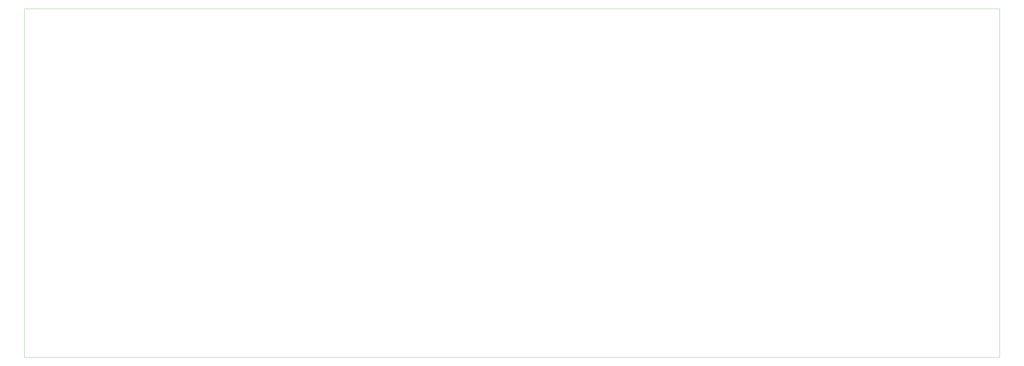
<source format=gbr>
%TF.GenerationSoftware,KiCad,Pcbnew,8.0.8*%
%TF.CreationDate,2025-06-15T20:35:26-04:00*%
%TF.ProjectId,keyboard meow,6b657962-6f61-4726-9420-6d656f772e6b,rev?*%
%TF.SameCoordinates,Original*%
%TF.FileFunction,Profile,NP*%
%FSLAX46Y46*%
G04 Gerber Fmt 4.6, Leading zero omitted, Abs format (unit mm)*
G04 Created by KiCad (PCBNEW 8.0.8) date 2025-06-15 20:35:26*
%MOMM*%
%LPD*%
G01*
G04 APERTURE LIST*
%TA.AperFunction,Profile*%
%ADD10C,0.050000*%
%TD*%
G04 APERTURE END LIST*
D10*
X3572503Y-88595347D02*
X371888146Y-88595347D01*
X371888146Y-220588292D01*
X3572503Y-220588292D01*
X3572503Y-88595347D01*
M02*

</source>
